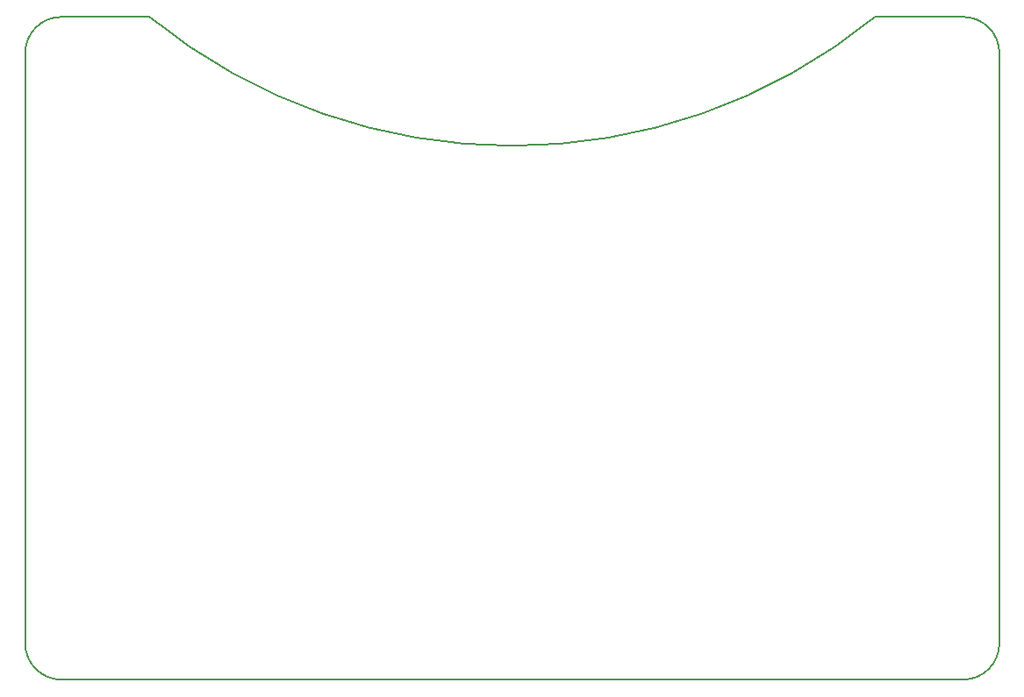
<source format=gm1>
G04 #@! TF.GenerationSoftware,KiCad,Pcbnew,6.0.11-2627ca5db0~126~ubuntu20.04.1*
G04 #@! TF.CreationDate,2023-04-04T17:10:53-04:00*
G04 #@! TF.ProjectId,water_meter,77617465-725f-46d6-9574-65722e6b6963,rev?*
G04 #@! TF.SameCoordinates,Original*
G04 #@! TF.FileFunction,Profile,NP*
%FSLAX46Y46*%
G04 Gerber Fmt 4.6, Leading zero omitted, Abs format (unit mm)*
G04 Created by KiCad (PCBNEW 6.0.11-2627ca5db0~126~ubuntu20.04.1) date 2023-04-04 17:10:53*
%MOMM*%
%LPD*%
G01*
G04 APERTURE LIST*
G04 #@! TA.AperFunction,Profile*
%ADD10C,0.150000*%
G04 #@! TD*
G04 APERTURE END LIST*
D10*
X113850000Y-83660000D02*
X122350000Y-83660000D01*
X110350000Y-87160000D02*
X110350000Y-144160000D01*
X192350000Y-83660000D02*
X200850000Y-83660000D01*
X204350000Y-144160000D02*
X204350000Y-87160000D01*
X122350000Y-83660000D02*
G75*
G03*
X192350000Y-83660000I35000000J43000000D01*
G01*
X110350000Y-144160000D02*
G75*
G03*
X113850000Y-147660000I3500000J0D01*
G01*
X204350000Y-87160000D02*
G75*
G03*
X200850000Y-83660000I-3500000J0D01*
G01*
X113850000Y-83660000D02*
G75*
G03*
X110350000Y-87160000I0J-3500000D01*
G01*
X200850000Y-147660000D02*
G75*
G03*
X204350000Y-144160000I0J3500000D01*
G01*
X113850000Y-147660000D02*
X200850000Y-147660000D01*
M02*

</source>
